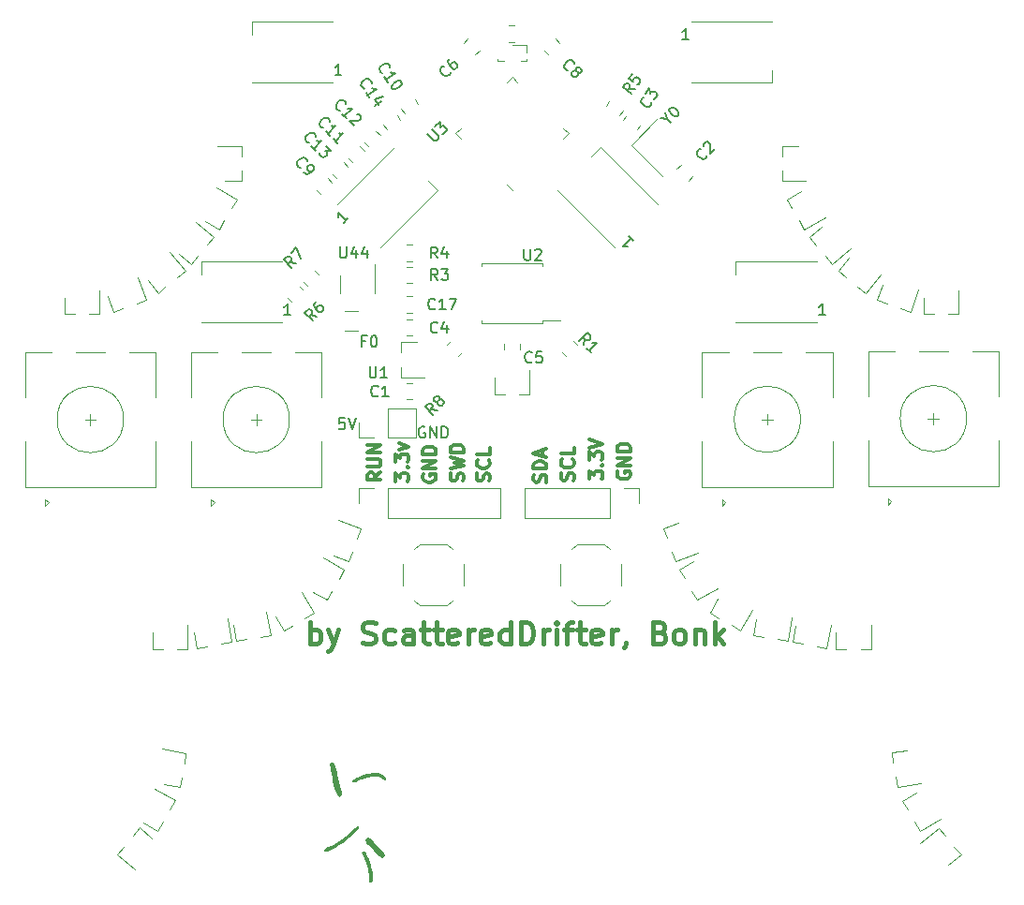
<source format=gbr>
%TF.GenerationSoftware,KiCad,Pcbnew,(6.0.8)*%
%TF.CreationDate,2022-10-26T23:20:13+02:00*%
%TF.ProjectId,32u4,33327534-2e6b-4696-9361-645f70636258,rev?*%
%TF.SameCoordinates,Original*%
%TF.FileFunction,Legend,Top*%
%TF.FilePolarity,Positive*%
%FSLAX46Y46*%
G04 Gerber Fmt 4.6, Leading zero omitted, Abs format (unit mm)*
G04 Created by KiCad (PCBNEW (6.0.8)) date 2022-10-26 23:20:13*
%MOMM*%
%LPD*%
G01*
G04 APERTURE LIST*
%ADD10C,0.150000*%
%ADD11C,0.300000*%
%ADD12C,0.400000*%
%ADD13C,0.120000*%
G04 APERTURE END LIST*
D10*
X154749523Y-67382380D02*
X154273333Y-67382380D01*
X154225714Y-67858571D01*
X154273333Y-67810952D01*
X154368571Y-67763333D01*
X154606666Y-67763333D01*
X154701904Y-67810952D01*
X154749523Y-67858571D01*
X154797142Y-67953809D01*
X154797142Y-68191904D01*
X154749523Y-68287142D01*
X154701904Y-68334761D01*
X154606666Y-68382380D01*
X154368571Y-68382380D01*
X154273333Y-68334761D01*
X154225714Y-68287142D01*
X155082857Y-67382380D02*
X155416190Y-68382380D01*
X155749523Y-67382380D01*
X161999404Y-68200000D02*
X161904166Y-68152380D01*
X161761309Y-68152380D01*
X161618452Y-68200000D01*
X161523214Y-68295238D01*
X161475595Y-68390476D01*
X161427976Y-68580952D01*
X161427976Y-68723809D01*
X161475595Y-68914285D01*
X161523214Y-69009523D01*
X161618452Y-69104761D01*
X161761309Y-69152380D01*
X161856547Y-69152380D01*
X161999404Y-69104761D01*
X162047023Y-69057142D01*
X162047023Y-68723809D01*
X161856547Y-68723809D01*
X162475595Y-69152380D02*
X162475595Y-68152380D01*
X163047023Y-69152380D01*
X163047023Y-68152380D01*
X163523214Y-69152380D02*
X163523214Y-68152380D01*
X163761309Y-68152380D01*
X163904166Y-68200000D01*
X163999404Y-68295238D01*
X164047023Y-68390476D01*
X164094642Y-68580952D01*
X164094642Y-68723809D01*
X164047023Y-68914285D01*
X163999404Y-69009523D01*
X163904166Y-69104761D01*
X163761309Y-69152380D01*
X163523214Y-69152380D01*
D11*
X179450000Y-72204285D02*
X179392857Y-72318571D01*
X179392857Y-72490000D01*
X179450000Y-72661428D01*
X179564285Y-72775714D01*
X179678571Y-72832857D01*
X179907142Y-72890000D01*
X180078571Y-72890000D01*
X180307142Y-72832857D01*
X180421428Y-72775714D01*
X180535714Y-72661428D01*
X180592857Y-72490000D01*
X180592857Y-72375714D01*
X180535714Y-72204285D01*
X180478571Y-72147142D01*
X180078571Y-72147142D01*
X180078571Y-72375714D01*
X180592857Y-71632857D02*
X179392857Y-71632857D01*
X180592857Y-70947142D01*
X179392857Y-70947142D01*
X180592857Y-70375714D02*
X179392857Y-70375714D01*
X179392857Y-70090000D01*
X179450000Y-69918571D01*
X179564285Y-69804285D01*
X179678571Y-69747142D01*
X179907142Y-69690000D01*
X180078571Y-69690000D01*
X180307142Y-69747142D01*
X180421428Y-69804285D01*
X180535714Y-69918571D01*
X180592857Y-70090000D01*
X180592857Y-70375714D01*
X161870000Y-72464285D02*
X161812857Y-72578571D01*
X161812857Y-72750000D01*
X161870000Y-72921428D01*
X161984285Y-73035714D01*
X162098571Y-73092857D01*
X162327142Y-73150000D01*
X162498571Y-73150000D01*
X162727142Y-73092857D01*
X162841428Y-73035714D01*
X162955714Y-72921428D01*
X163012857Y-72750000D01*
X163012857Y-72635714D01*
X162955714Y-72464285D01*
X162898571Y-72407142D01*
X162498571Y-72407142D01*
X162498571Y-72635714D01*
X163012857Y-71892857D02*
X161812857Y-71892857D01*
X163012857Y-71207142D01*
X161812857Y-71207142D01*
X163012857Y-70635714D02*
X161812857Y-70635714D01*
X161812857Y-70350000D01*
X161870000Y-70178571D01*
X161984285Y-70064285D01*
X162098571Y-70007142D01*
X162327142Y-69950000D01*
X162498571Y-69950000D01*
X162727142Y-70007142D01*
X162841428Y-70064285D01*
X162955714Y-70178571D01*
X163012857Y-70350000D01*
X163012857Y-70635714D01*
X172955714Y-73157142D02*
X173012857Y-72985714D01*
X173012857Y-72700000D01*
X172955714Y-72585714D01*
X172898571Y-72528571D01*
X172784285Y-72471428D01*
X172670000Y-72471428D01*
X172555714Y-72528571D01*
X172498571Y-72585714D01*
X172441428Y-72700000D01*
X172384285Y-72928571D01*
X172327142Y-73042857D01*
X172270000Y-73100000D01*
X172155714Y-73157142D01*
X172041428Y-73157142D01*
X171927142Y-73100000D01*
X171870000Y-73042857D01*
X171812857Y-72928571D01*
X171812857Y-72642857D01*
X171870000Y-72471428D01*
X173012857Y-71957142D02*
X171812857Y-71957142D01*
X171812857Y-71671428D01*
X171870000Y-71500000D01*
X171984285Y-71385714D01*
X172098571Y-71328571D01*
X172327142Y-71271428D01*
X172498571Y-71271428D01*
X172727142Y-71328571D01*
X172841428Y-71385714D01*
X172955714Y-71500000D01*
X173012857Y-71671428D01*
X173012857Y-71957142D01*
X172670000Y-70814285D02*
X172670000Y-70242857D01*
X173012857Y-70928571D02*
X171812857Y-70528571D01*
X173012857Y-70128571D01*
X159322857Y-73074285D02*
X159322857Y-72331428D01*
X159780000Y-72731428D01*
X159780000Y-72560000D01*
X159837142Y-72445714D01*
X159894285Y-72388571D01*
X160008571Y-72331428D01*
X160294285Y-72331428D01*
X160408571Y-72388571D01*
X160465714Y-72445714D01*
X160522857Y-72560000D01*
X160522857Y-72902857D01*
X160465714Y-73017142D01*
X160408571Y-73074285D01*
X160408571Y-71817142D02*
X160465714Y-71760000D01*
X160522857Y-71817142D01*
X160465714Y-71874285D01*
X160408571Y-71817142D01*
X160522857Y-71817142D01*
X159322857Y-71360000D02*
X159322857Y-70617142D01*
X159780000Y-71017142D01*
X159780000Y-70845714D01*
X159837142Y-70731428D01*
X159894285Y-70674285D01*
X160008571Y-70617142D01*
X160294285Y-70617142D01*
X160408571Y-70674285D01*
X160465714Y-70731428D01*
X160522857Y-70845714D01*
X160522857Y-71188571D01*
X160465714Y-71302857D01*
X160408571Y-71360000D01*
X159722857Y-70217142D02*
X160522857Y-69931428D01*
X159722857Y-69645714D01*
X175445714Y-72998571D02*
X175502857Y-72827142D01*
X175502857Y-72541428D01*
X175445714Y-72427142D01*
X175388571Y-72370000D01*
X175274285Y-72312857D01*
X175160000Y-72312857D01*
X175045714Y-72370000D01*
X174988571Y-72427142D01*
X174931428Y-72541428D01*
X174874285Y-72770000D01*
X174817142Y-72884285D01*
X174760000Y-72941428D01*
X174645714Y-72998571D01*
X174531428Y-72998571D01*
X174417142Y-72941428D01*
X174360000Y-72884285D01*
X174302857Y-72770000D01*
X174302857Y-72484285D01*
X174360000Y-72312857D01*
X175388571Y-71112857D02*
X175445714Y-71170000D01*
X175502857Y-71341428D01*
X175502857Y-71455714D01*
X175445714Y-71627142D01*
X175331428Y-71741428D01*
X175217142Y-71798571D01*
X174988571Y-71855714D01*
X174817142Y-71855714D01*
X174588571Y-71798571D01*
X174474285Y-71741428D01*
X174360000Y-71627142D01*
X174302857Y-71455714D01*
X174302857Y-71341428D01*
X174360000Y-71170000D01*
X174417142Y-71112857D01*
X175502857Y-70027142D02*
X175502857Y-70598571D01*
X174302857Y-70598571D01*
D12*
X151640000Y-87794761D02*
X151640000Y-85794761D01*
X151640000Y-86556666D02*
X151830476Y-86461428D01*
X152211428Y-86461428D01*
X152401904Y-86556666D01*
X152497142Y-86651904D01*
X152592380Y-86842380D01*
X152592380Y-87413809D01*
X152497142Y-87604285D01*
X152401904Y-87699523D01*
X152211428Y-87794761D01*
X151830476Y-87794761D01*
X151640000Y-87699523D01*
X153259047Y-86461428D02*
X153735238Y-87794761D01*
X154211428Y-86461428D02*
X153735238Y-87794761D01*
X153544761Y-88270952D01*
X153449523Y-88366190D01*
X153259047Y-88461428D01*
X156401904Y-87699523D02*
X156687619Y-87794761D01*
X157163809Y-87794761D01*
X157354285Y-87699523D01*
X157449523Y-87604285D01*
X157544761Y-87413809D01*
X157544761Y-87223333D01*
X157449523Y-87032857D01*
X157354285Y-86937619D01*
X157163809Y-86842380D01*
X156782857Y-86747142D01*
X156592380Y-86651904D01*
X156497142Y-86556666D01*
X156401904Y-86366190D01*
X156401904Y-86175714D01*
X156497142Y-85985238D01*
X156592380Y-85890000D01*
X156782857Y-85794761D01*
X157259047Y-85794761D01*
X157544761Y-85890000D01*
X159259047Y-87699523D02*
X159068571Y-87794761D01*
X158687619Y-87794761D01*
X158497142Y-87699523D01*
X158401904Y-87604285D01*
X158306666Y-87413809D01*
X158306666Y-86842380D01*
X158401904Y-86651904D01*
X158497142Y-86556666D01*
X158687619Y-86461428D01*
X159068571Y-86461428D01*
X159259047Y-86556666D01*
X160973333Y-87794761D02*
X160973333Y-86747142D01*
X160878095Y-86556666D01*
X160687619Y-86461428D01*
X160306666Y-86461428D01*
X160116190Y-86556666D01*
X160973333Y-87699523D02*
X160782857Y-87794761D01*
X160306666Y-87794761D01*
X160116190Y-87699523D01*
X160020952Y-87509047D01*
X160020952Y-87318571D01*
X160116190Y-87128095D01*
X160306666Y-87032857D01*
X160782857Y-87032857D01*
X160973333Y-86937619D01*
X161640000Y-86461428D02*
X162401904Y-86461428D01*
X161925714Y-85794761D02*
X161925714Y-87509047D01*
X162020952Y-87699523D01*
X162211428Y-87794761D01*
X162401904Y-87794761D01*
X162782857Y-86461428D02*
X163544761Y-86461428D01*
X163068571Y-85794761D02*
X163068571Y-87509047D01*
X163163809Y-87699523D01*
X163354285Y-87794761D01*
X163544761Y-87794761D01*
X164973333Y-87699523D02*
X164782857Y-87794761D01*
X164401904Y-87794761D01*
X164211428Y-87699523D01*
X164116190Y-87509047D01*
X164116190Y-86747142D01*
X164211428Y-86556666D01*
X164401904Y-86461428D01*
X164782857Y-86461428D01*
X164973333Y-86556666D01*
X165068571Y-86747142D01*
X165068571Y-86937619D01*
X164116190Y-87128095D01*
X165925714Y-87794761D02*
X165925714Y-86461428D01*
X165925714Y-86842380D02*
X166020952Y-86651904D01*
X166116190Y-86556666D01*
X166306666Y-86461428D01*
X166497142Y-86461428D01*
X167925714Y-87699523D02*
X167735238Y-87794761D01*
X167354285Y-87794761D01*
X167163809Y-87699523D01*
X167068571Y-87509047D01*
X167068571Y-86747142D01*
X167163809Y-86556666D01*
X167354285Y-86461428D01*
X167735238Y-86461428D01*
X167925714Y-86556666D01*
X168020952Y-86747142D01*
X168020952Y-86937619D01*
X167068571Y-87128095D01*
X169735238Y-87794761D02*
X169735238Y-85794761D01*
X169735238Y-87699523D02*
X169544761Y-87794761D01*
X169163809Y-87794761D01*
X168973333Y-87699523D01*
X168878095Y-87604285D01*
X168782857Y-87413809D01*
X168782857Y-86842380D01*
X168878095Y-86651904D01*
X168973333Y-86556666D01*
X169163809Y-86461428D01*
X169544761Y-86461428D01*
X169735238Y-86556666D01*
X170687619Y-87794761D02*
X170687619Y-85794761D01*
X171163809Y-85794761D01*
X171449523Y-85890000D01*
X171640000Y-86080476D01*
X171735238Y-86270952D01*
X171830476Y-86651904D01*
X171830476Y-86937619D01*
X171735238Y-87318571D01*
X171640000Y-87509047D01*
X171449523Y-87699523D01*
X171163809Y-87794761D01*
X170687619Y-87794761D01*
X172687619Y-87794761D02*
X172687619Y-86461428D01*
X172687619Y-86842380D02*
X172782857Y-86651904D01*
X172878095Y-86556666D01*
X173068571Y-86461428D01*
X173259047Y-86461428D01*
X173925714Y-87794761D02*
X173925714Y-86461428D01*
X173925714Y-85794761D02*
X173830476Y-85890000D01*
X173925714Y-85985238D01*
X174020952Y-85890000D01*
X173925714Y-85794761D01*
X173925714Y-85985238D01*
X174592380Y-86461428D02*
X175354285Y-86461428D01*
X174878095Y-87794761D02*
X174878095Y-86080476D01*
X174973333Y-85890000D01*
X175163809Y-85794761D01*
X175354285Y-85794761D01*
X175735238Y-86461428D02*
X176497142Y-86461428D01*
X176020952Y-85794761D02*
X176020952Y-87509047D01*
X176116190Y-87699523D01*
X176306666Y-87794761D01*
X176497142Y-87794761D01*
X177925714Y-87699523D02*
X177735238Y-87794761D01*
X177354285Y-87794761D01*
X177163809Y-87699523D01*
X177068571Y-87509047D01*
X177068571Y-86747142D01*
X177163809Y-86556666D01*
X177354285Y-86461428D01*
X177735238Y-86461428D01*
X177925714Y-86556666D01*
X178020952Y-86747142D01*
X178020952Y-86937619D01*
X177068571Y-87128095D01*
X178878095Y-87794761D02*
X178878095Y-86461428D01*
X178878095Y-86842380D02*
X178973333Y-86651904D01*
X179068571Y-86556666D01*
X179259047Y-86461428D01*
X179449523Y-86461428D01*
X180211428Y-87699523D02*
X180211428Y-87794761D01*
X180116190Y-87985238D01*
X180020952Y-88080476D01*
X183259047Y-86747142D02*
X183544761Y-86842380D01*
X183640000Y-86937619D01*
X183735238Y-87128095D01*
X183735238Y-87413809D01*
X183640000Y-87604285D01*
X183544761Y-87699523D01*
X183354285Y-87794761D01*
X182592380Y-87794761D01*
X182592380Y-85794761D01*
X183259047Y-85794761D01*
X183449523Y-85890000D01*
X183544761Y-85985238D01*
X183640000Y-86175714D01*
X183640000Y-86366190D01*
X183544761Y-86556666D01*
X183449523Y-86651904D01*
X183259047Y-86747142D01*
X182592380Y-86747142D01*
X184878095Y-87794761D02*
X184687619Y-87699523D01*
X184592380Y-87604285D01*
X184497142Y-87413809D01*
X184497142Y-86842380D01*
X184592380Y-86651904D01*
X184687619Y-86556666D01*
X184878095Y-86461428D01*
X185163809Y-86461428D01*
X185354285Y-86556666D01*
X185449523Y-86651904D01*
X185544761Y-86842380D01*
X185544761Y-87413809D01*
X185449523Y-87604285D01*
X185354285Y-87699523D01*
X185163809Y-87794761D01*
X184878095Y-87794761D01*
X186401904Y-86461428D02*
X186401904Y-87794761D01*
X186401904Y-86651904D02*
X186497142Y-86556666D01*
X186687619Y-86461428D01*
X186973333Y-86461428D01*
X187163809Y-86556666D01*
X187259047Y-86747142D01*
X187259047Y-87794761D01*
X188211428Y-87794761D02*
X188211428Y-85794761D01*
X188401904Y-87032857D02*
X188973333Y-87794761D01*
X188973333Y-86461428D02*
X188211428Y-87223333D01*
D11*
X167835714Y-73048571D02*
X167892857Y-72877142D01*
X167892857Y-72591428D01*
X167835714Y-72477142D01*
X167778571Y-72420000D01*
X167664285Y-72362857D01*
X167550000Y-72362857D01*
X167435714Y-72420000D01*
X167378571Y-72477142D01*
X167321428Y-72591428D01*
X167264285Y-72820000D01*
X167207142Y-72934285D01*
X167150000Y-72991428D01*
X167035714Y-73048571D01*
X166921428Y-73048571D01*
X166807142Y-72991428D01*
X166750000Y-72934285D01*
X166692857Y-72820000D01*
X166692857Y-72534285D01*
X166750000Y-72362857D01*
X167778571Y-71162857D02*
X167835714Y-71220000D01*
X167892857Y-71391428D01*
X167892857Y-71505714D01*
X167835714Y-71677142D01*
X167721428Y-71791428D01*
X167607142Y-71848571D01*
X167378571Y-71905714D01*
X167207142Y-71905714D01*
X166978571Y-71848571D01*
X166864285Y-71791428D01*
X166750000Y-71677142D01*
X166692857Y-71505714D01*
X166692857Y-71391428D01*
X166750000Y-71220000D01*
X166807142Y-71162857D01*
X167892857Y-70077142D02*
X167892857Y-70648571D01*
X166692857Y-70648571D01*
X158022857Y-72285714D02*
X157451428Y-72685714D01*
X158022857Y-72971428D02*
X156822857Y-72971428D01*
X156822857Y-72514285D01*
X156880000Y-72400000D01*
X156937142Y-72342857D01*
X157051428Y-72285714D01*
X157222857Y-72285714D01*
X157337142Y-72342857D01*
X157394285Y-72400000D01*
X157451428Y-72514285D01*
X157451428Y-72971428D01*
X156822857Y-71771428D02*
X157794285Y-71771428D01*
X157908571Y-71714285D01*
X157965714Y-71657142D01*
X158022857Y-71542857D01*
X158022857Y-71314285D01*
X157965714Y-71200000D01*
X157908571Y-71142857D01*
X157794285Y-71085714D01*
X156822857Y-71085714D01*
X158022857Y-70514285D02*
X156822857Y-70514285D01*
X158022857Y-69828571D01*
X156822857Y-69828571D01*
X165465714Y-73038571D02*
X165522857Y-72867142D01*
X165522857Y-72581428D01*
X165465714Y-72467142D01*
X165408571Y-72410000D01*
X165294285Y-72352857D01*
X165180000Y-72352857D01*
X165065714Y-72410000D01*
X165008571Y-72467142D01*
X164951428Y-72581428D01*
X164894285Y-72810000D01*
X164837142Y-72924285D01*
X164780000Y-72981428D01*
X164665714Y-73038571D01*
X164551428Y-73038571D01*
X164437142Y-72981428D01*
X164380000Y-72924285D01*
X164322857Y-72810000D01*
X164322857Y-72524285D01*
X164380000Y-72352857D01*
X164322857Y-71952857D02*
X165522857Y-71667142D01*
X164665714Y-71438571D01*
X165522857Y-71210000D01*
X164322857Y-70924285D01*
X165522857Y-70467142D02*
X164322857Y-70467142D01*
X164322857Y-70181428D01*
X164380000Y-70010000D01*
X164494285Y-69895714D01*
X164608571Y-69838571D01*
X164837142Y-69781428D01*
X165008571Y-69781428D01*
X165237142Y-69838571D01*
X165351428Y-69895714D01*
X165465714Y-70010000D01*
X165522857Y-70181428D01*
X165522857Y-70467142D01*
D10*
X163152030Y-66647732D02*
X162579610Y-66546717D01*
X162747969Y-67051793D02*
X162040862Y-66344687D01*
X162310236Y-66075312D01*
X162411251Y-66041641D01*
X162478595Y-66041641D01*
X162579610Y-66075312D01*
X162680625Y-66176328D01*
X162714297Y-66277343D01*
X162714297Y-66344687D01*
X162680625Y-66445702D01*
X162411251Y-66715076D01*
X163152030Y-65839610D02*
X163051015Y-65873282D01*
X162983671Y-65873282D01*
X162882656Y-65839610D01*
X162848984Y-65805938D01*
X162815312Y-65704923D01*
X162815312Y-65637580D01*
X162848984Y-65536564D01*
X162983671Y-65401877D01*
X163084687Y-65368206D01*
X163152030Y-65368206D01*
X163253045Y-65401877D01*
X163286717Y-65435549D01*
X163320389Y-65536564D01*
X163320389Y-65603908D01*
X163286717Y-65704923D01*
X163152030Y-65839610D01*
X163118358Y-65940625D01*
X163118358Y-66007969D01*
X163152030Y-66108984D01*
X163286717Y-66243671D01*
X163387732Y-66277343D01*
X163455076Y-66277343D01*
X163556091Y-66243671D01*
X163690778Y-66108984D01*
X163724450Y-66007969D01*
X163724450Y-65940625D01*
X163690778Y-65839610D01*
X163556091Y-65704923D01*
X163455076Y-65671251D01*
X163387732Y-65671251D01*
X163286717Y-65704923D01*
D11*
X176872857Y-72881428D02*
X176872857Y-72138571D01*
X177330000Y-72538571D01*
X177330000Y-72367142D01*
X177387142Y-72252857D01*
X177444285Y-72195714D01*
X177558571Y-72138571D01*
X177844285Y-72138571D01*
X177958571Y-72195714D01*
X178015714Y-72252857D01*
X178072857Y-72367142D01*
X178072857Y-72710000D01*
X178015714Y-72824285D01*
X177958571Y-72881428D01*
X177958571Y-71624285D02*
X178015714Y-71567142D01*
X178072857Y-71624285D01*
X178015714Y-71681428D01*
X177958571Y-71624285D01*
X178072857Y-71624285D01*
X176872857Y-71167142D02*
X176872857Y-70424285D01*
X177330000Y-70824285D01*
X177330000Y-70652857D01*
X177387142Y-70538571D01*
X177444285Y-70481428D01*
X177558571Y-70424285D01*
X177844285Y-70424285D01*
X177958571Y-70481428D01*
X178015714Y-70538571D01*
X178072857Y-70652857D01*
X178072857Y-70995714D01*
X178015714Y-71110000D01*
X177958571Y-71167142D01*
X176872857Y-70081428D02*
X178072857Y-69681428D01*
X176872857Y-69281428D01*
D10*
%TO.C,C4*%
X163153333Y-59577142D02*
X163105714Y-59624761D01*
X162962857Y-59672380D01*
X162867619Y-59672380D01*
X162724761Y-59624761D01*
X162629523Y-59529523D01*
X162581904Y-59434285D01*
X162534285Y-59243809D01*
X162534285Y-59100952D01*
X162581904Y-58910476D01*
X162629523Y-58815238D01*
X162724761Y-58720000D01*
X162867619Y-58672380D01*
X162962857Y-58672380D01*
X163105714Y-58720000D01*
X163153333Y-58767619D01*
X164010476Y-59005714D02*
X164010476Y-59672380D01*
X163772380Y-58624761D02*
X163534285Y-59339047D01*
X164153333Y-59339047D01*
%TO.C,C8*%
X174949610Y-35914687D02*
X174882267Y-35914687D01*
X174747580Y-35847343D01*
X174680236Y-35780000D01*
X174612893Y-35645312D01*
X174612893Y-35510625D01*
X174646564Y-35409610D01*
X174747580Y-35241251D01*
X174848595Y-35140236D01*
X175016954Y-35039221D01*
X175117969Y-35005549D01*
X175252656Y-35005549D01*
X175387343Y-35072893D01*
X175454687Y-35140236D01*
X175522030Y-35274923D01*
X175522030Y-35342267D01*
X175690389Y-35982030D02*
X175656717Y-35881015D01*
X175656717Y-35813671D01*
X175690389Y-35712656D01*
X175724061Y-35678984D01*
X175825076Y-35645312D01*
X175892419Y-35645312D01*
X175993435Y-35678984D01*
X176128122Y-35813671D01*
X176161793Y-35914687D01*
X176161793Y-35982030D01*
X176128122Y-36083045D01*
X176094450Y-36116717D01*
X175993435Y-36150389D01*
X175926091Y-36150389D01*
X175825076Y-36116717D01*
X175690389Y-35982030D01*
X175589374Y-35948358D01*
X175522030Y-35948358D01*
X175421015Y-35982030D01*
X175286328Y-36116717D01*
X175252656Y-36217732D01*
X175252656Y-36285076D01*
X175286328Y-36386091D01*
X175421015Y-36520778D01*
X175522030Y-36554450D01*
X175589374Y-36554450D01*
X175690389Y-36520778D01*
X175825076Y-36386091D01*
X175858748Y-36285076D01*
X175858748Y-36217732D01*
X175825076Y-36116717D01*
%TO.C,DLED2*%
X185865714Y-33162380D02*
X185294285Y-33162380D01*
X185580000Y-33162380D02*
X185580000Y-32162380D01*
X185484761Y-32305238D01*
X185389523Y-32400476D01*
X185294285Y-32448095D01*
%TO.C,U3*%
X162264027Y-41691522D02*
X162836447Y-42263942D01*
X162937462Y-42297614D01*
X163004806Y-42297614D01*
X163105821Y-42263942D01*
X163240508Y-42129255D01*
X163274180Y-42028240D01*
X163274180Y-41960896D01*
X163240508Y-41859881D01*
X162668088Y-41287461D01*
X162937462Y-41018087D02*
X163375195Y-40580355D01*
X163408867Y-41085431D01*
X163509882Y-40984416D01*
X163610897Y-40950744D01*
X163678241Y-40950744D01*
X163779256Y-40984416D01*
X163947615Y-41152774D01*
X163981287Y-41253790D01*
X163981287Y-41321133D01*
X163947615Y-41422148D01*
X163745584Y-41624179D01*
X163644569Y-41657851D01*
X163577226Y-41657851D01*
%TO.C,C2*%
X187494687Y-43620389D02*
X187494687Y-43687732D01*
X187427343Y-43822419D01*
X187360000Y-43889763D01*
X187225312Y-43957106D01*
X187090625Y-43957106D01*
X186989610Y-43923435D01*
X186821251Y-43822419D01*
X186720236Y-43721404D01*
X186619221Y-43553045D01*
X186585549Y-43452030D01*
X186585549Y-43317343D01*
X186652893Y-43182656D01*
X186720236Y-43115312D01*
X186854923Y-43047969D01*
X186922267Y-43047969D01*
X187191641Y-42778595D02*
X187191641Y-42711251D01*
X187225312Y-42610236D01*
X187393671Y-42441877D01*
X187494687Y-42408206D01*
X187562030Y-42408206D01*
X187663045Y-42441877D01*
X187730389Y-42509221D01*
X187797732Y-42643908D01*
X187797732Y-43452030D01*
X188235465Y-43014297D01*
%TO.C,R7*%
X150382030Y-53367732D02*
X149809610Y-53266717D01*
X149977969Y-53771793D02*
X149270862Y-53064687D01*
X149540236Y-52795312D01*
X149641251Y-52761641D01*
X149708595Y-52761641D01*
X149809610Y-52795312D01*
X149910625Y-52896328D01*
X149944297Y-52997343D01*
X149944297Y-53064687D01*
X149910625Y-53165702D01*
X149641251Y-53435076D01*
X149910625Y-52424923D02*
X150382030Y-51953519D01*
X150786091Y-52963671D01*
%TO.C,C9*%
X150779610Y-44744687D02*
X150712267Y-44744687D01*
X150577580Y-44677343D01*
X150510236Y-44610000D01*
X150442893Y-44475312D01*
X150442893Y-44340625D01*
X150476564Y-44239610D01*
X150577580Y-44071251D01*
X150678595Y-43970236D01*
X150846954Y-43869221D01*
X150947969Y-43835549D01*
X151082656Y-43835549D01*
X151217343Y-43902893D01*
X151284687Y-43970236D01*
X151352030Y-44104923D01*
X151352030Y-44172267D01*
X151048984Y-45148748D02*
X151183671Y-45283435D01*
X151284687Y-45317106D01*
X151352030Y-45317106D01*
X151520389Y-45283435D01*
X151688748Y-45182419D01*
X151958122Y-44913045D01*
X151991793Y-44812030D01*
X151991793Y-44744687D01*
X151958122Y-44643671D01*
X151823435Y-44508984D01*
X151722419Y-44475312D01*
X151655076Y-44475312D01*
X151554061Y-44508984D01*
X151385702Y-44677343D01*
X151352030Y-44778358D01*
X151352030Y-44845702D01*
X151385702Y-44946717D01*
X151520389Y-45081404D01*
X151621404Y-45115076D01*
X151688748Y-45115076D01*
X151789763Y-45081404D01*
%TO.C,Y0*%
X183906446Y-40359881D02*
X184243164Y-40696599D01*
X183300355Y-40225194D02*
X183906446Y-40359881D01*
X183771759Y-39753790D01*
X184142148Y-39383400D02*
X184209492Y-39316057D01*
X184310507Y-39282385D01*
X184377851Y-39282385D01*
X184478866Y-39316057D01*
X184647225Y-39417072D01*
X184815583Y-39585431D01*
X184916599Y-39753790D01*
X184950270Y-39854805D01*
X184950270Y-39922148D01*
X184916599Y-40023164D01*
X184849255Y-40090507D01*
X184748240Y-40124179D01*
X184680896Y-40124179D01*
X184579881Y-40090507D01*
X184411522Y-39989492D01*
X184243164Y-39821133D01*
X184142148Y-39652774D01*
X184108477Y-39551759D01*
X184108477Y-39484416D01*
X184142148Y-39383400D01*
%TO.C,DLED4*%
X149865714Y-58032380D02*
X149294285Y-58032380D01*
X149580000Y-58032380D02*
X149580000Y-57032380D01*
X149484761Y-57175238D01*
X149389523Y-57270476D01*
X149294285Y-57318095D01*
%TO.C,R3*%
X163173333Y-54902380D02*
X162840000Y-54426190D01*
X162601904Y-54902380D02*
X162601904Y-53902380D01*
X162982857Y-53902380D01*
X163078095Y-53950000D01*
X163125714Y-53997619D01*
X163173333Y-54092857D01*
X163173333Y-54235714D01*
X163125714Y-54330952D01*
X163078095Y-54378571D01*
X162982857Y-54426190D01*
X162601904Y-54426190D01*
X163506666Y-53902380D02*
X164125714Y-53902380D01*
X163792380Y-54283333D01*
X163935238Y-54283333D01*
X164030476Y-54330952D01*
X164078095Y-54378571D01*
X164125714Y-54473809D01*
X164125714Y-54711904D01*
X164078095Y-54807142D01*
X164030476Y-54854761D01*
X163935238Y-54902380D01*
X163649523Y-54902380D01*
X163554285Y-54854761D01*
X163506666Y-54807142D01*
%TO.C,U2*%
X170978095Y-52092380D02*
X170978095Y-52901904D01*
X171025714Y-52997142D01*
X171073333Y-53044761D01*
X171168571Y-53092380D01*
X171359047Y-53092380D01*
X171454285Y-53044761D01*
X171501904Y-52997142D01*
X171549523Y-52901904D01*
X171549523Y-52092380D01*
X171978095Y-52187619D02*
X172025714Y-52140000D01*
X172120952Y-52092380D01*
X172359047Y-52092380D01*
X172454285Y-52140000D01*
X172501904Y-52187619D01*
X172549523Y-52282857D01*
X172549523Y-52378095D01*
X172501904Y-52520952D01*
X171930476Y-53092380D01*
X172549523Y-53092380D01*
%TO.C,C12*%
X154322893Y-39537969D02*
X154255549Y-39537969D01*
X154120862Y-39470625D01*
X154053519Y-39403282D01*
X153986175Y-39268595D01*
X153986175Y-39133908D01*
X154019847Y-39032893D01*
X154120862Y-38864534D01*
X154221877Y-38763519D01*
X154390236Y-38662503D01*
X154491251Y-38628832D01*
X154625938Y-38628832D01*
X154760625Y-38696175D01*
X154827969Y-38763519D01*
X154895312Y-38898206D01*
X154895312Y-38965549D01*
X154928984Y-40278748D02*
X154524923Y-39874687D01*
X154726954Y-40076717D02*
X155434061Y-39369610D01*
X155265702Y-39403282D01*
X155131015Y-39403282D01*
X155030000Y-39369610D01*
X155838122Y-39908358D02*
X155905465Y-39908358D01*
X156006480Y-39942030D01*
X156174839Y-40110389D01*
X156208511Y-40211404D01*
X156208511Y-40278748D01*
X156174839Y-40379763D01*
X156107496Y-40447106D01*
X155972809Y-40514450D01*
X155164687Y-40514450D01*
X155602419Y-40952183D01*
%TO.C,R6*%
X152262030Y-58167732D02*
X151689610Y-58066717D01*
X151857969Y-58571793D02*
X151150862Y-57864687D01*
X151420236Y-57595312D01*
X151521251Y-57561641D01*
X151588595Y-57561641D01*
X151689610Y-57595312D01*
X151790625Y-57696328D01*
X151824297Y-57797343D01*
X151824297Y-57864687D01*
X151790625Y-57965702D01*
X151521251Y-58235076D01*
X152161015Y-56854534D02*
X152026328Y-56989221D01*
X151992656Y-57090236D01*
X151992656Y-57157580D01*
X152026328Y-57325938D01*
X152127343Y-57494297D01*
X152396717Y-57763671D01*
X152497732Y-57797343D01*
X152565076Y-57797343D01*
X152666091Y-57763671D01*
X152800778Y-57628984D01*
X152834450Y-57527969D01*
X152834450Y-57460625D01*
X152800778Y-57359610D01*
X152632419Y-57191251D01*
X152531404Y-57157580D01*
X152464061Y-57157580D01*
X152363045Y-57191251D01*
X152228358Y-57325938D01*
X152194687Y-57426954D01*
X152194687Y-57494297D01*
X152228358Y-57595312D01*
%TO.C,C1*%
X157783333Y-65347142D02*
X157735714Y-65394761D01*
X157592857Y-65442380D01*
X157497619Y-65442380D01*
X157354761Y-65394761D01*
X157259523Y-65299523D01*
X157211904Y-65204285D01*
X157164285Y-65013809D01*
X157164285Y-64870952D01*
X157211904Y-64680476D01*
X157259523Y-64585238D01*
X157354761Y-64490000D01*
X157497619Y-64442380D01*
X157592857Y-64442380D01*
X157735714Y-64490000D01*
X157783333Y-64537619D01*
X158735714Y-65442380D02*
X158164285Y-65442380D01*
X158450000Y-65442380D02*
X158450000Y-64442380D01*
X158354761Y-64585238D01*
X158259523Y-64680476D01*
X158164285Y-64728095D01*
%TO.C,C17*%
X162937142Y-57467142D02*
X162889523Y-57514761D01*
X162746666Y-57562380D01*
X162651428Y-57562380D01*
X162508571Y-57514761D01*
X162413333Y-57419523D01*
X162365714Y-57324285D01*
X162318095Y-57133809D01*
X162318095Y-56990952D01*
X162365714Y-56800476D01*
X162413333Y-56705238D01*
X162508571Y-56610000D01*
X162651428Y-56562380D01*
X162746666Y-56562380D01*
X162889523Y-56610000D01*
X162937142Y-56657619D01*
X163889523Y-57562380D02*
X163318095Y-57562380D01*
X163603809Y-57562380D02*
X163603809Y-56562380D01*
X163508571Y-56705238D01*
X163413333Y-56800476D01*
X163318095Y-56848095D01*
X164222857Y-56562380D02*
X164889523Y-56562380D01*
X164460952Y-57562380D01*
%TO.C,U44*%
X154341904Y-51882380D02*
X154341904Y-52691904D01*
X154389523Y-52787142D01*
X154437142Y-52834761D01*
X154532380Y-52882380D01*
X154722857Y-52882380D01*
X154818095Y-52834761D01*
X154865714Y-52787142D01*
X154913333Y-52691904D01*
X154913333Y-51882380D01*
X155818095Y-52215714D02*
X155818095Y-52882380D01*
X155580000Y-51834761D02*
X155341904Y-52549047D01*
X155960952Y-52549047D01*
X156770476Y-52215714D02*
X156770476Y-52882380D01*
X156532380Y-51834761D02*
X156294285Y-52549047D01*
X156913333Y-52549047D01*
%TO.C,DLED3*%
X198205714Y-58032380D02*
X197634285Y-58032380D01*
X197920000Y-58032380D02*
X197920000Y-57032380D01*
X197824761Y-57175238D01*
X197729523Y-57270476D01*
X197634285Y-57318095D01*
%TO.C,C5*%
X171673333Y-62267142D02*
X171625714Y-62314761D01*
X171482857Y-62362380D01*
X171387619Y-62362380D01*
X171244761Y-62314761D01*
X171149523Y-62219523D01*
X171101904Y-62124285D01*
X171054285Y-61933809D01*
X171054285Y-61790952D01*
X171101904Y-61600476D01*
X171149523Y-61505238D01*
X171244761Y-61410000D01*
X171387619Y-61362380D01*
X171482857Y-61362380D01*
X171625714Y-61410000D01*
X171673333Y-61457619D01*
X172578095Y-61362380D02*
X172101904Y-61362380D01*
X172054285Y-61838571D01*
X172101904Y-61790952D01*
X172197142Y-61743333D01*
X172435238Y-61743333D01*
X172530476Y-61790952D01*
X172578095Y-61838571D01*
X172625714Y-61933809D01*
X172625714Y-62171904D01*
X172578095Y-62267142D01*
X172530476Y-62314761D01*
X172435238Y-62362380D01*
X172197142Y-62362380D01*
X172101904Y-62314761D01*
X172054285Y-62267142D01*
%TO.C,DLED1*%
X154465714Y-36362380D02*
X153894285Y-36362380D01*
X154180000Y-36362380D02*
X154180000Y-35362380D01*
X154084761Y-35505238D01*
X153989523Y-35600476D01*
X153894285Y-35648095D01*
%TO.C,C6*%
X164304687Y-36130388D02*
X164304687Y-36197731D01*
X164237343Y-36332418D01*
X164170000Y-36399762D01*
X164035312Y-36467105D01*
X163900625Y-36467105D01*
X163799610Y-36433434D01*
X163631251Y-36332418D01*
X163530236Y-36231403D01*
X163429221Y-36063044D01*
X163395549Y-35962029D01*
X163395549Y-35827342D01*
X163462893Y-35692655D01*
X163530236Y-35625311D01*
X163664923Y-35557968D01*
X163732267Y-35557968D01*
X164271015Y-34884533D02*
X164136328Y-35019220D01*
X164102656Y-35120235D01*
X164102656Y-35187579D01*
X164136328Y-35355937D01*
X164237343Y-35524296D01*
X164506717Y-35793670D01*
X164607732Y-35827342D01*
X164675076Y-35827342D01*
X164776091Y-35793670D01*
X164910778Y-35658983D01*
X164944450Y-35557968D01*
X164944450Y-35490624D01*
X164910778Y-35389609D01*
X164742419Y-35221250D01*
X164641404Y-35187579D01*
X164574061Y-35187579D01*
X164473045Y-35221250D01*
X164338358Y-35355937D01*
X164304687Y-35456953D01*
X164304687Y-35524296D01*
X164338358Y-35625311D01*
%TO.C,C11*%
X152852893Y-41127969D02*
X152785549Y-41127969D01*
X152650862Y-41060625D01*
X152583519Y-40993282D01*
X152516175Y-40858595D01*
X152516175Y-40723908D01*
X152549847Y-40622893D01*
X152650862Y-40454534D01*
X152751877Y-40353519D01*
X152920236Y-40252503D01*
X153021251Y-40218832D01*
X153155938Y-40218832D01*
X153290625Y-40286175D01*
X153357969Y-40353519D01*
X153425312Y-40488206D01*
X153425312Y-40555549D01*
X153458984Y-41868748D02*
X153054923Y-41464687D01*
X153256954Y-41666717D02*
X153964061Y-40959610D01*
X153795702Y-40993282D01*
X153661015Y-40993282D01*
X153560000Y-40959610D01*
X154132419Y-42542183D02*
X153728358Y-42138122D01*
X153930389Y-42340152D02*
X154637496Y-41633045D01*
X154469137Y-41666717D01*
X154334450Y-41666717D01*
X154233435Y-41633045D01*
%TO.C,DLED0*%
X180430973Y-50943951D02*
X180835034Y-51348012D01*
X180633003Y-51145982D02*
X179925896Y-51853089D01*
X180094255Y-51819417D01*
X180228942Y-51819417D01*
X180329957Y-51853089D01*
%TO.C,R4*%
X163153333Y-52902380D02*
X162820000Y-52426190D01*
X162581904Y-52902380D02*
X162581904Y-51902380D01*
X162962857Y-51902380D01*
X163058095Y-51950000D01*
X163105714Y-51997619D01*
X163153333Y-52092857D01*
X163153333Y-52235714D01*
X163105714Y-52330952D01*
X163058095Y-52378571D01*
X162962857Y-52426190D01*
X162581904Y-52426190D01*
X164010476Y-52235714D02*
X164010476Y-52902380D01*
X163772380Y-51854761D02*
X163534285Y-52569047D01*
X164153333Y-52569047D01*
%TO.C,R1*%
X176362267Y-60772030D02*
X176463282Y-60199610D01*
X175958206Y-60367969D02*
X176665312Y-59660862D01*
X176934687Y-59930236D01*
X176968358Y-60031251D01*
X176968358Y-60098595D01*
X176934687Y-60199610D01*
X176833671Y-60300625D01*
X176732656Y-60334297D01*
X176665312Y-60334297D01*
X176564297Y-60300625D01*
X176294923Y-60031251D01*
X177035702Y-61445465D02*
X176631641Y-61041404D01*
X176833671Y-61243435D02*
X177540778Y-60536328D01*
X177372419Y-60570000D01*
X177237732Y-60570000D01*
X177136717Y-60536328D01*
%TO.C,DLED0.5*%
X155066048Y-49320973D02*
X154661987Y-49725034D01*
X154864017Y-49523003D02*
X154156910Y-48815896D01*
X154190582Y-48984255D01*
X154190582Y-49118942D01*
X154156910Y-49219957D01*
%TO.C,F0*%
X156636666Y-60408571D02*
X156303333Y-60408571D01*
X156303333Y-60932380D02*
X156303333Y-59932380D01*
X156779523Y-59932380D01*
X157350952Y-59932380D02*
X157446190Y-59932380D01*
X157541428Y-59980000D01*
X157589047Y-60027619D01*
X157636666Y-60122857D01*
X157684285Y-60313333D01*
X157684285Y-60551428D01*
X157636666Y-60741904D01*
X157589047Y-60837142D01*
X157541428Y-60884761D01*
X157446190Y-60932380D01*
X157350952Y-60932380D01*
X157255714Y-60884761D01*
X157208095Y-60837142D01*
X157160476Y-60741904D01*
X157112857Y-60551428D01*
X157112857Y-60313333D01*
X157160476Y-60122857D01*
X157208095Y-60027619D01*
X157255714Y-59980000D01*
X157350952Y-59932380D01*
%TO.C,U1*%
X157028095Y-62732380D02*
X157028095Y-63541904D01*
X157075714Y-63637142D01*
X157123333Y-63684761D01*
X157218571Y-63732380D01*
X157409047Y-63732380D01*
X157504285Y-63684761D01*
X157551904Y-63637142D01*
X157599523Y-63541904D01*
X157599523Y-62732380D01*
X158599523Y-63732380D02*
X158028095Y-63732380D01*
X158313809Y-63732380D02*
X158313809Y-62732380D01*
X158218571Y-62875238D01*
X158123333Y-62970476D01*
X158028095Y-63018095D01*
%TO.C,R5*%
X181024972Y-37606000D02*
X180443708Y-37605919D01*
X180697214Y-38074087D02*
X179878062Y-37500510D01*
X180096568Y-37188452D01*
X180190201Y-37137751D01*
X180256521Y-37126057D01*
X180361849Y-37141676D01*
X180478871Y-37223616D01*
X180529572Y-37317249D01*
X180541266Y-37383570D01*
X180525647Y-37488897D01*
X180307142Y-37800955D01*
X180724770Y-36291286D02*
X180451639Y-36681358D01*
X180814398Y-36993497D01*
X180802704Y-36927177D01*
X180818323Y-36821849D01*
X180954889Y-36626813D01*
X181048522Y-36576112D01*
X181114843Y-36564418D01*
X181220170Y-36580037D01*
X181415207Y-36716602D01*
X181465908Y-36810236D01*
X181477602Y-36876556D01*
X181461983Y-36981884D01*
X181325417Y-37176920D01*
X181231783Y-37227622D01*
X181165463Y-37239316D01*
%TO.C,C10*%
X158198717Y-36188250D02*
X158132397Y-36176556D01*
X158011450Y-36086848D01*
X157956824Y-36008833D01*
X157913892Y-35864498D01*
X157937280Y-35731858D01*
X157987981Y-35638224D01*
X158116697Y-35489964D01*
X158233719Y-35408025D01*
X158417061Y-35337779D01*
X158522389Y-35322160D01*
X158655029Y-35345548D01*
X158775976Y-35435257D01*
X158830602Y-35513271D01*
X158873535Y-35657606D01*
X158861841Y-35723927D01*
X158666966Y-37023022D02*
X158339208Y-36554935D01*
X158503087Y-36788978D02*
X159322239Y-36215402D01*
X159150591Y-36219327D01*
X159017950Y-36195939D01*
X158924317Y-36145237D01*
X159841189Y-36956539D02*
X159895816Y-37034554D01*
X159911435Y-37139881D01*
X159899741Y-37206202D01*
X159849039Y-37299835D01*
X159720324Y-37448095D01*
X159525287Y-37584661D01*
X159341945Y-37654907D01*
X159236618Y-37670526D01*
X159170297Y-37658832D01*
X159076664Y-37608130D01*
X159022037Y-37530116D01*
X159006418Y-37424788D01*
X159018112Y-37358468D01*
X159068814Y-37264834D01*
X159197530Y-37116574D01*
X159392566Y-36980008D01*
X159575908Y-36909763D01*
X159681235Y-36894144D01*
X159747556Y-36905838D01*
X159841189Y-36956539D01*
%TO.C,C14*%
X156538717Y-37588250D02*
X156472397Y-37576556D01*
X156351450Y-37486848D01*
X156296824Y-37408833D01*
X156253892Y-37264498D01*
X156277280Y-37131858D01*
X156327981Y-37038224D01*
X156456697Y-36889964D01*
X156573719Y-36808025D01*
X156757061Y-36737779D01*
X156862389Y-36722160D01*
X156995029Y-36745548D01*
X157115976Y-36835257D01*
X157170602Y-36913271D01*
X157213535Y-37057606D01*
X157201841Y-37123927D01*
X157006966Y-38423022D02*
X156679208Y-37954935D01*
X156843087Y-38188978D02*
X157662239Y-37615402D01*
X157490591Y-37619327D01*
X157357950Y-37595939D01*
X157264317Y-37545237D01*
X158044705Y-38742768D02*
X157498603Y-39125152D01*
X158220197Y-38329226D02*
X157498522Y-38543887D01*
X157853593Y-39050982D01*
%TO.C,C3*%
X182486958Y-38841374D02*
X182498652Y-38907694D01*
X182455720Y-39052029D01*
X182401093Y-39130043D01*
X182280146Y-39219752D01*
X182147506Y-39243140D01*
X182042178Y-39227521D01*
X181858836Y-39157276D01*
X181741814Y-39075336D01*
X181613098Y-38927076D01*
X181562397Y-38833443D01*
X181539009Y-38700802D01*
X181581941Y-38556467D01*
X181636568Y-38478452D01*
X181757514Y-38388744D01*
X181823835Y-38377050D01*
X181937012Y-38049373D02*
X182292083Y-37542279D01*
X182412949Y-38033835D01*
X182494889Y-37916813D01*
X182588522Y-37866112D01*
X182654843Y-37854418D01*
X182760170Y-37870037D01*
X182955207Y-38006602D01*
X183005908Y-38100236D01*
X183017602Y-38166556D01*
X183001983Y-38271884D01*
X182838104Y-38505927D01*
X182744470Y-38556629D01*
X182678150Y-38568323D01*
%TO.C,C13*%
X151552893Y-42487969D02*
X151485549Y-42487969D01*
X151350862Y-42420625D01*
X151283519Y-42353282D01*
X151216175Y-42218595D01*
X151216175Y-42083908D01*
X151249847Y-41982893D01*
X151350862Y-41814534D01*
X151451877Y-41713519D01*
X151620236Y-41612503D01*
X151721251Y-41578832D01*
X151855938Y-41578832D01*
X151990625Y-41646175D01*
X152057969Y-41713519D01*
X152125312Y-41848206D01*
X152125312Y-41915549D01*
X152158984Y-43228748D02*
X151754923Y-42824687D01*
X151956954Y-43026717D02*
X152664061Y-42319610D01*
X152495702Y-42353282D01*
X152361015Y-42353282D01*
X152260000Y-42319610D01*
X153101793Y-42757343D02*
X153539526Y-43195076D01*
X153034450Y-43228748D01*
X153135465Y-43329763D01*
X153169137Y-43430778D01*
X153169137Y-43498122D01*
X153135465Y-43599137D01*
X152967106Y-43767496D01*
X152866091Y-43801167D01*
X152798748Y-43801167D01*
X152697732Y-43767496D01*
X152495702Y-43565465D01*
X152462030Y-43464450D01*
X152462030Y-43397106D01*
D13*
%TO.C,D1819*%
X205874779Y-57754558D02*
X205000865Y-57436479D01*
X202905350Y-56673775D02*
X203404700Y-55301823D01*
X205874779Y-57754558D02*
X206613543Y-55724822D01*
X202905350Y-56673775D02*
X203779264Y-56991853D01*
%TO.C,C4*%
X160861252Y-58455000D02*
X160338748Y-58455000D01*
X160861252Y-59925000D02*
X160338748Y-59925000D01*
%TO.C,C8*%
X172785543Y-34124990D02*
X173155010Y-34494457D01*
X173824990Y-33085543D02*
X174194457Y-33455010D01*
%TO.C,D407*%
X145430000Y-45960000D02*
X145430000Y-45030000D01*
X145430000Y-42800000D02*
X143270000Y-42800000D01*
X145430000Y-45960000D02*
X143970000Y-45960000D01*
X145430000Y-42800000D02*
X145430000Y-43730000D01*
%TO.C,DLED2*%
X193380000Y-37060000D02*
X193380000Y-35910000D01*
X186080000Y-37060000D02*
X193380000Y-37060000D01*
X186080000Y-31560000D02*
X193380000Y-31560000D01*
%TO.C,U3*%
X165244308Y-42108058D02*
X164784689Y-41648439D01*
X170349619Y-37002747D02*
X169890000Y-36543128D01*
X169890000Y-36543128D02*
X169430381Y-37002747D01*
X169430381Y-46294131D02*
X169890000Y-46753750D01*
X174995311Y-41648439D02*
X174535692Y-42108058D01*
X164784689Y-41648439D02*
X165244308Y-41188820D01*
X174535692Y-41188820D02*
X174995311Y-41648439D01*
%TO.C,D3435*%
X140590000Y-88230000D02*
X140590000Y-86070000D01*
X137430000Y-88230000D02*
X138360000Y-88230000D01*
X137430000Y-88230000D02*
X137430000Y-86770000D01*
X140590000Y-88230000D02*
X139660000Y-88230000D01*
%TO.C,D1617*%
X210270000Y-57970000D02*
X209340000Y-57970000D01*
X210270000Y-57970000D02*
X210270000Y-55810000D01*
X207110000Y-57970000D02*
X207110000Y-56510000D01*
X207110000Y-57970000D02*
X208040000Y-57970000D01*
%TO.C,C2*%
X185145010Y-44485543D02*
X184775543Y-44855010D01*
X186184457Y-45524990D02*
X185814990Y-45894457D01*
%TO.C,R7*%
X151039718Y-55109165D02*
X151360835Y-55430282D01*
X152079165Y-54069718D02*
X152400282Y-54390835D01*
%TO.C,J1*%
X156040000Y-75055000D02*
X156040000Y-73725000D01*
X156040000Y-73725000D02*
X157370000Y-73725000D01*
X168860000Y-76385000D02*
X168860000Y-73725000D01*
X158640000Y-76385000D02*
X158640000Y-73725000D01*
X158640000Y-76385000D02*
X168860000Y-76385000D01*
X158640000Y-73725000D02*
X168860000Y-73725000D01*
%TO.C,D2021*%
X151978320Y-84988179D02*
X150898320Y-83117564D01*
X149241680Y-86568179D02*
X150047083Y-86103179D01*
X149241680Y-86568179D02*
X148511680Y-85303782D01*
X151978320Y-84988179D02*
X151172917Y-85453179D01*
%TO.C,C7*%
X169608748Y-31885000D02*
X170131252Y-31885000D01*
X169608748Y-33355000D02*
X170131252Y-33355000D01*
%TO.C,C9*%
X153604457Y-46075010D02*
X153234990Y-45705543D01*
X152565010Y-47114457D02*
X152195543Y-46744990D01*
%TO.C,D1011*%
X137918168Y-56047798D02*
X138630590Y-55450006D01*
X140338869Y-54016589D02*
X138950448Y-52361933D01*
X140338869Y-54016589D02*
X139626447Y-54614382D01*
X137918168Y-56047798D02*
X136979698Y-54929373D01*
%TO.C,Y0*%
X180665837Y-42691371D02*
X183494264Y-45519798D01*
X182999290Y-40357918D02*
X180665837Y-42691371D01*
%TO.C,D110111*%
X199391131Y-54026589D02*
X200103553Y-54624382D01*
X201811832Y-56057798D02*
X203200253Y-54403142D01*
X201811832Y-56057798D02*
X201099410Y-55460006D01*
X199391131Y-54026589D02*
X200329601Y-52908164D01*
%TO.C,DLED4*%
X149080000Y-53230000D02*
X141780000Y-53230000D01*
X141780000Y-53230000D02*
X141780000Y-54380000D01*
X149080000Y-58730000D02*
X141780000Y-58730000D01*
%TO.C,D809*%
X196301821Y-50328320D02*
X198172436Y-49248320D01*
X196301821Y-50328320D02*
X195836821Y-49522917D01*
X194721821Y-47591680D02*
X195986218Y-46861680D01*
X194721821Y-47591680D02*
X195186821Y-48397083D01*
%TO.C,D55*%
X208411193Y-104401661D02*
X206756537Y-105790082D01*
X208411193Y-104401661D02*
X209008986Y-105114083D01*
X210442402Y-106822362D02*
X209323977Y-107760832D01*
X210442402Y-106822362D02*
X209844610Y-106109940D01*
%TO.C,J4*%
X170660000Y-35065000D02*
X171230000Y-35065000D01*
X171230000Y-33610000D02*
X171230000Y-34370000D01*
X168570000Y-35065000D02*
X169140000Y-35065000D01*
X171230000Y-34945000D02*
X171230000Y-35065000D01*
X169900000Y-33610000D02*
X171230000Y-33610000D01*
X168570000Y-34945000D02*
X168570000Y-35065000D01*
%TO.C,R3*%
X160382936Y-53705000D02*
X160837064Y-53705000D01*
X160382936Y-55175000D02*
X160837064Y-55175000D01*
%TO.C,SW-1*%
X175300000Y-83840000D02*
X175750000Y-84290000D01*
X178250000Y-78790000D02*
X175750000Y-78790000D01*
X174250000Y-82540000D02*
X174250000Y-80540000D01*
X178700000Y-83840000D02*
X178250000Y-84290000D01*
X179750000Y-82540000D02*
X179750000Y-80540000D01*
X178250000Y-84290000D02*
X175750000Y-84290000D01*
X178700000Y-79240000D02*
X178250000Y-78790000D01*
X175300000Y-79240000D02*
X175750000Y-78790000D01*
%TO.C,D506*%
X194290000Y-45960000D02*
X194290000Y-45030000D01*
X194290000Y-45960000D02*
X196450000Y-45960000D01*
X194290000Y-42800000D02*
X194290000Y-43730000D01*
X194290000Y-42800000D02*
X195750000Y-42800000D01*
%TO.C,D4041*%
X139874090Y-100747969D02*
X140035583Y-99832098D01*
X140422818Y-97635976D02*
X138295633Y-97260896D01*
X140422818Y-97635976D02*
X140261325Y-98551848D01*
X139874090Y-100747969D02*
X138436270Y-100494443D01*
%TO.C,D2627*%
X183585442Y-77345221D02*
X184957393Y-76845872D01*
X184666225Y-80314650D02*
X186695961Y-79575886D01*
X183585442Y-77345221D02*
X183903521Y-78219135D01*
X184666225Y-80314650D02*
X184348147Y-79440736D01*
%TO.C,ENCODERLEFT2*%
X137680000Y-61400000D02*
X137680000Y-65500000D01*
X135280000Y-61400000D02*
X137680000Y-61400000D01*
X131280000Y-67500000D02*
X132280000Y-67500000D01*
X125880000Y-61400000D02*
X128280000Y-61400000D01*
X125880000Y-69500000D02*
X125880000Y-73600000D01*
X137680000Y-69500000D02*
X137680000Y-73600000D01*
X130480000Y-61400000D02*
X133080000Y-61400000D01*
X127680000Y-74700000D02*
X127980000Y-75000000D01*
X127680000Y-75300000D02*
X127680000Y-74700000D01*
X127980000Y-75000000D02*
X127680000Y-75300000D01*
X131780000Y-68000000D02*
X131780000Y-67000000D01*
X125880000Y-65500000D02*
X125880000Y-61400000D01*
X125880000Y-73600000D02*
X137680000Y-73600000D01*
X134780000Y-67500000D02*
G75*
G03*
X134780000Y-67500000I-3000000J0D01*
G01*
%TO.C,D203*%
X145008179Y-47581680D02*
X144543179Y-48387083D01*
X143428179Y-50318320D02*
X143893179Y-49512917D01*
X145008179Y-47581680D02*
X143137564Y-46501680D01*
X143428179Y-50318320D02*
X142163782Y-49588320D01*
%TO.C,U2*%
X167155000Y-58835000D02*
X167155000Y-58575000D01*
X172605000Y-53385000D02*
X172605000Y-53645000D01*
X172605000Y-58835000D02*
X172605000Y-58575000D01*
X169880000Y-58835000D02*
X172605000Y-58835000D01*
X167155000Y-53385000D02*
X167155000Y-53645000D01*
X169880000Y-53385000D02*
X167155000Y-53385000D01*
X169880000Y-58835000D02*
X167155000Y-58835000D01*
X169880000Y-53385000D02*
X172605000Y-53385000D01*
X172605000Y-58575000D02*
X174280000Y-58575000D01*
%TO.C,ENCODERLEFT1*%
X152680000Y-61400000D02*
X152680000Y-65500000D01*
X140880000Y-61400000D02*
X143280000Y-61400000D01*
X142680000Y-74700000D02*
X142980000Y-75000000D01*
X140880000Y-65500000D02*
X140880000Y-61400000D01*
X140880000Y-73600000D02*
X152680000Y-73600000D01*
X140880000Y-69500000D02*
X140880000Y-73600000D01*
X142680000Y-75300000D02*
X142680000Y-74700000D01*
X150280000Y-61400000D02*
X152680000Y-61400000D01*
X146280000Y-67500000D02*
X147280000Y-67500000D01*
X142980000Y-75000000D02*
X142680000Y-75300000D01*
X145480000Y-61400000D02*
X148080000Y-61400000D01*
X152680000Y-69500000D02*
X152680000Y-73600000D01*
X146780000Y-68000000D02*
X146780000Y-67000000D01*
X149780000Y-67500000D02*
G75*
G03*
X149780000Y-67500000I-3000000J0D01*
G01*
%TO.C,C12*%
X156925010Y-42814457D02*
X156555543Y-42444990D01*
X157964457Y-41775010D02*
X157594990Y-41405543D01*
%TO.C,R6*%
X149639718Y-56499165D02*
X149960835Y-56820282D01*
X150679165Y-55459718D02*
X151000282Y-55780835D01*
%TO.C,J2*%
X171040000Y-73720000D02*
X171040000Y-76380000D01*
X178720000Y-76380000D02*
X171040000Y-76380000D01*
X178720000Y-73720000D02*
X171040000Y-73720000D01*
X181320000Y-73720000D02*
X181320000Y-75050000D01*
X178720000Y-73720000D02*
X178720000Y-76380000D01*
X179990000Y-73720000D02*
X181320000Y-73720000D01*
%TO.C,G\u002A\u002A\u002A*%
G36*
X156971758Y-105279797D02*
G01*
X157057583Y-105344089D01*
X157204000Y-105478608D01*
X157393042Y-105664397D01*
X157606745Y-105882505D01*
X157827144Y-106113977D01*
X158036274Y-106339860D01*
X158216171Y-106541200D01*
X158348869Y-106699043D01*
X158416404Y-106794435D01*
X158421330Y-106809163D01*
X158377579Y-106900910D01*
X158277525Y-107014434D01*
X158167967Y-107102119D01*
X158113159Y-107122709D01*
X158051210Y-107080144D01*
X157919586Y-106962993D01*
X157735116Y-106787076D01*
X157514629Y-106568211D01*
X157409341Y-106461150D01*
X157114917Y-106156568D01*
X156901085Y-105925037D01*
X156758903Y-105752205D01*
X156679427Y-105623722D01*
X156653715Y-105525235D01*
X156672822Y-105442393D01*
X156725482Y-105363705D01*
X156831951Y-105266044D01*
X156938235Y-105266021D01*
X156971758Y-105279797D01*
G37*
G36*
X153799807Y-98531913D02*
G01*
X153840743Y-98567413D01*
X153875565Y-98653522D01*
X153928874Y-98838929D01*
X153994624Y-99100237D01*
X154066767Y-99414049D01*
X154103496Y-99584039D01*
X154185493Y-99953452D01*
X154273375Y-100318767D01*
X154358066Y-100644099D01*
X154430488Y-100893562D01*
X154448864Y-100949405D01*
X154523334Y-101171377D01*
X154558140Y-101307919D01*
X154554863Y-101391730D01*
X154515082Y-101455512D01*
X154475299Y-101496819D01*
X154349940Y-101598117D01*
X154251316Y-101596431D01*
X154146069Y-101503446D01*
X154069093Y-101382190D01*
X153979933Y-101190451D01*
X153922984Y-101040650D01*
X153861201Y-100835256D01*
X153790289Y-100558326D01*
X153714950Y-100233483D01*
X153639886Y-99884349D01*
X153569800Y-99534548D01*
X153509394Y-99207701D01*
X153463371Y-98927432D01*
X153436433Y-98717362D01*
X153433282Y-98601114D01*
X153435566Y-98592076D01*
X153522933Y-98513387D01*
X153664073Y-98492132D01*
X153799807Y-98531913D01*
G37*
G36*
X157783436Y-99469807D02*
G01*
X158125403Y-99569393D01*
X158246129Y-99637088D01*
X158381846Y-99762091D01*
X158464095Y-99902141D01*
X158484388Y-100026411D01*
X158434233Y-100104077D01*
X158377973Y-100115812D01*
X158256082Y-100066928D01*
X158187711Y-99994066D01*
X158062984Y-99888721D01*
X157853870Y-99802896D01*
X157600978Y-99750459D01*
X157445993Y-99740792D01*
X157219237Y-99764210D01*
X156918735Y-99827526D01*
X156584880Y-99919378D01*
X156258069Y-100028402D01*
X155978694Y-100143237D01*
X155928740Y-100167579D01*
X155732285Y-100257127D01*
X155574014Y-100311584D01*
X155496576Y-100319854D01*
X155429337Y-100242797D01*
X155418374Y-100183026D01*
X155474682Y-100097377D01*
X155627724Y-99989127D01*
X155853676Y-99869168D01*
X156128718Y-99748397D01*
X156429026Y-99637707D01*
X156730778Y-99547993D01*
X156885075Y-99512280D01*
X157365040Y-99450315D01*
X157783436Y-99469807D01*
G37*
G36*
X156594747Y-106552953D02*
G01*
X156694608Y-106706926D01*
X156814164Y-106938604D01*
X156943212Y-107227577D01*
X157071548Y-107553437D01*
X157119080Y-107685763D01*
X157179619Y-107904373D01*
X157232451Y-108177141D01*
X157274564Y-108474022D01*
X157302946Y-108764972D01*
X157314585Y-109019946D01*
X157306469Y-109208900D01*
X157280580Y-109296724D01*
X157173412Y-109365961D01*
X157061736Y-109361337D01*
X157023000Y-109327420D01*
X157004795Y-109247019D01*
X156981755Y-109073961D01*
X156957933Y-108840396D01*
X156950031Y-108748725D01*
X156857405Y-108157792D01*
X156683466Y-107550534D01*
X156446324Y-106989067D01*
X156356505Y-106792773D01*
X156329261Y-106669889D01*
X156358043Y-106589527D01*
X156360900Y-106585993D01*
X156469505Y-106509191D01*
X156524786Y-106497093D01*
X156594747Y-106552953D01*
G37*
G36*
X155969837Y-104262879D02*
G01*
X156010530Y-104303928D01*
X156011617Y-104305671D01*
X156004491Y-104407161D01*
X155906424Y-104563669D01*
X155732097Y-104763129D01*
X155496189Y-104993477D01*
X155213380Y-105242647D01*
X154898352Y-105498576D01*
X154565783Y-105749197D01*
X154230354Y-105982446D01*
X153906745Y-106186258D01*
X153609636Y-106348567D01*
X153425844Y-106430811D01*
X153201536Y-106515100D01*
X153064729Y-106550685D01*
X152988401Y-106539268D01*
X152945533Y-106482551D01*
X152936922Y-106461607D01*
X152922347Y-106384866D01*
X152959873Y-106320317D01*
X153069744Y-106251624D01*
X153272206Y-106162453D01*
X153343568Y-106133472D01*
X153780799Y-105915139D01*
X154274902Y-105590073D01*
X154822052Y-105160955D01*
X155198498Y-104832774D01*
X155476661Y-104584212D01*
X155678423Y-104412311D01*
X155818238Y-104307702D01*
X155910558Y-104261014D01*
X155969837Y-104262879D01*
G37*
%TO.C,C1*%
X160338748Y-64195000D02*
X160861252Y-64195000D01*
X160338748Y-65665000D02*
X160861252Y-65665000D01*
%TO.C,D4445*%
X134182202Y-106807876D02*
X135836858Y-108196297D01*
X136213411Y-104387175D02*
X137331836Y-105325645D01*
X134182202Y-106807876D02*
X134779994Y-106095454D01*
X136213411Y-104387175D02*
X135615618Y-105099597D01*
%TO.C,C17*%
X160861252Y-56365000D02*
X160338748Y-56365000D01*
X160861252Y-57835000D02*
X160338748Y-57835000D01*
%TO.C,U44*%
X154370000Y-55260000D02*
X154370000Y-54460000D01*
X157490000Y-55260000D02*
X157490000Y-53460000D01*
X157490000Y-55260000D02*
X157490000Y-56060000D01*
X154370000Y-55260000D02*
X154370000Y-56060000D01*
%TO.C,DLED3*%
X197420000Y-58730000D02*
X190120000Y-58730000D01*
X197420000Y-53230000D02*
X190120000Y-53230000D01*
X190120000Y-53230000D02*
X190120000Y-54380000D01*
%TO.C,D56*%
X168310000Y-65190000D02*
X169240000Y-65190000D01*
X171470000Y-65190000D02*
X171470000Y-63030000D01*
X171470000Y-65190000D02*
X170540000Y-65190000D01*
X168310000Y-65190000D02*
X168310000Y-63730000D01*
%TO.C,D10011*%
X198798015Y-53439399D02*
X200452671Y-52050978D01*
X198798015Y-53439399D02*
X198200222Y-52726977D01*
X196766806Y-51018698D02*
X197885231Y-50080228D01*
X196766806Y-51018698D02*
X197364598Y-51731120D01*
%TO.C,D1415*%
X129450000Y-57970000D02*
X129450000Y-56510000D01*
X129450000Y-57970000D02*
X130380000Y-57970000D01*
X132610000Y-57970000D02*
X131680000Y-57970000D01*
X132610000Y-57970000D02*
X132610000Y-55810000D01*
%TO.C,D210211*%
X190515596Y-86559204D02*
X191595596Y-84688589D01*
X190515596Y-86559204D02*
X189710193Y-86094204D01*
X187778956Y-84979204D02*
X188584359Y-85444204D01*
X187778956Y-84979204D02*
X188508956Y-83714807D01*
%TO.C,J5*%
X158635000Y-69130000D02*
X158635000Y-66470000D01*
X158635000Y-66470000D02*
X161235000Y-66470000D01*
X158635000Y-69130000D02*
X161235000Y-69130000D01*
X161235000Y-69130000D02*
X161235000Y-66470000D01*
X156035000Y-69130000D02*
X156035000Y-67800000D01*
X157365000Y-69130000D02*
X156035000Y-69130000D01*
%TO.C,D3233*%
X144527969Y-87604090D02*
X144152889Y-85476905D01*
X141415976Y-88152818D02*
X142331848Y-87991325D01*
X144527969Y-87604090D02*
X143612098Y-87765583D01*
X141415976Y-88152818D02*
X141162450Y-86714999D01*
%TO.C,C5*%
X170635000Y-60658748D02*
X170635000Y-61181252D01*
X169165000Y-60658748D02*
X169165000Y-61181252D01*
%TO.C,D1213*%
X133855221Y-57754558D02*
X133355872Y-56382607D01*
X133855221Y-57754558D02*
X134729135Y-57436479D01*
X136824650Y-56673775D02*
X136085886Y-54644039D01*
X136824650Y-56673775D02*
X135950736Y-56991853D01*
%TO.C,D3839*%
X195222031Y-87604090D02*
X196137902Y-87765583D01*
X198334024Y-88152818D02*
X198709104Y-86025633D01*
X198334024Y-88152818D02*
X197418152Y-87991325D01*
X195222031Y-87604090D02*
X195475557Y-86166270D01*
%TO.C,DLED1*%
X153680000Y-31560000D02*
X146380000Y-31560000D01*
X153680000Y-37060000D02*
X146380000Y-37060000D01*
X146380000Y-31560000D02*
X146380000Y-32710000D01*
%TO.C,SW-2*%
X165530000Y-82530000D02*
X165530000Y-80530000D01*
X164480000Y-83830000D02*
X164030000Y-84280000D01*
X160030000Y-82530000D02*
X160030000Y-80530000D01*
X164030000Y-84280000D02*
X161530000Y-84280000D01*
X164030000Y-78780000D02*
X161530000Y-78780000D01*
X161080000Y-83830000D02*
X161530000Y-84280000D01*
X164480000Y-79230000D02*
X164030000Y-78780000D01*
X161080000Y-79230000D02*
X161530000Y-78780000D01*
%TO.C,ENCODERRIGHT2*%
X213870000Y-69420000D02*
X213870000Y-73520000D01*
X211470000Y-61320000D02*
X213870000Y-61320000D01*
X207470000Y-67420000D02*
X208470000Y-67420000D01*
X202070000Y-61320000D02*
X204470000Y-61320000D01*
X213870000Y-61320000D02*
X213870000Y-65420000D01*
X206670000Y-61320000D02*
X209270000Y-61320000D01*
X202070000Y-73520000D02*
X213870000Y-73520000D01*
X204170000Y-74920000D02*
X203870000Y-75220000D01*
X203870000Y-75220000D02*
X203870000Y-74620000D01*
X203870000Y-74620000D02*
X204170000Y-74920000D01*
X202070000Y-69420000D02*
X202070000Y-73520000D01*
X207970000Y-67920000D02*
X207970000Y-66920000D01*
X202070000Y-65420000D02*
X202070000Y-61320000D01*
X210970000Y-67420000D02*
G75*
G03*
X210970000Y-67420000I-3000000J0D01*
G01*
%TO.C,R8*%
X163999718Y-60720835D02*
X164320835Y-60399718D01*
X165039165Y-61760282D02*
X165360282Y-61439165D01*
%TO.C,ENCODERRIGHT1*%
X192470000Y-67480000D02*
X193470000Y-67480000D01*
X198870000Y-61380000D02*
X198870000Y-65480000D01*
X187070000Y-65480000D02*
X187070000Y-61380000D01*
X187070000Y-73580000D02*
X198870000Y-73580000D01*
X187070000Y-69480000D02*
X187070000Y-73580000D01*
X192970000Y-67980000D02*
X192970000Y-66980000D01*
X198870000Y-69480000D02*
X198870000Y-73580000D01*
X188870000Y-74680000D02*
X189170000Y-74980000D01*
X191670000Y-61380000D02*
X194270000Y-61380000D01*
X187070000Y-61380000D02*
X189470000Y-61380000D01*
X189170000Y-74980000D02*
X188870000Y-75280000D01*
X188870000Y-75280000D02*
X188870000Y-74680000D01*
X196470000Y-61380000D02*
X198870000Y-61380000D01*
X195970000Y-67480000D02*
G75*
G03*
X195970000Y-67480000I-3000000J0D01*
G01*
%TO.C,C6*%
X166944457Y-34124990D02*
X166574990Y-34494457D01*
X165905010Y-33085543D02*
X165535543Y-33455010D01*
%TO.C,D4243*%
X137858179Y-104668320D02*
X138323179Y-103862917D01*
X139438179Y-101931680D02*
X137567564Y-100851680D01*
X137858179Y-104668320D02*
X136593782Y-103938320D01*
X139438179Y-101931680D02*
X138973179Y-102737083D01*
%TO.C,C11*%
X155475010Y-44244457D02*
X155105543Y-43874990D01*
X156514457Y-43205010D02*
X156144990Y-42835543D01*
%TO.C,D4647*%
X205161821Y-101941680D02*
X205626821Y-102747083D01*
X205161821Y-101941680D02*
X206426218Y-101211680D01*
X206741821Y-104678320D02*
X206276821Y-103872917D01*
X206741821Y-104678320D02*
X208612436Y-103598320D01*
%TO.C,DLED0*%
X183035483Y-48036396D02*
X177873604Y-42874517D01*
X179146396Y-51925483D02*
X173984517Y-46763604D01*
X177873604Y-42874517D02*
X177060431Y-43687689D01*
%TO.C,R4*%
X160382936Y-53175000D02*
X160837064Y-53175000D01*
X160382936Y-51705000D02*
X160837064Y-51705000D01*
%TO.C,D410411*%
X204177182Y-97615976D02*
X205615001Y-97362450D01*
X204177182Y-97615976D02*
X204338675Y-98531848D01*
X204725910Y-100727969D02*
X204564417Y-99812098D01*
X204725910Y-100727969D02*
X206853095Y-100352889D01*
%TO.C,R1*%
X174399718Y-61439165D02*
X174720835Y-61760282D01*
X175439165Y-60399718D02*
X175760282Y-60720835D01*
%TO.C,D2829*%
X186601821Y-83798320D02*
X188472436Y-82718320D01*
X185021821Y-81061680D02*
X186286218Y-80331680D01*
X185021821Y-81061680D02*
X185486821Y-81867083D01*
X186601821Y-83798320D02*
X186136821Y-82992917D01*
%TO.C,D1*%
X140916589Y-53428869D02*
X141514382Y-52716447D01*
X140916589Y-53428869D02*
X139798164Y-52490399D01*
X142947798Y-51008168D02*
X142350006Y-51720590D01*
X142947798Y-51008168D02*
X141293142Y-49619747D01*
%TO.C,D3031*%
X148067969Y-86984090D02*
X147152098Y-87145583D01*
X144955976Y-87532818D02*
X144702450Y-86094999D01*
X144955976Y-87532818D02*
X145871848Y-87371325D01*
X148067969Y-86984090D02*
X147692889Y-84856905D01*
%TO.C,DLED0.5*%
X163135483Y-46763604D02*
X162322311Y-45950431D01*
X157973604Y-51925483D02*
X163135483Y-46763604D01*
X154084517Y-48036396D02*
X159246396Y-42874517D01*
%TO.C,D310311*%
X194814024Y-87532818D02*
X195189104Y-85405633D01*
X194814024Y-87532818D02*
X193898152Y-87371325D01*
X191702031Y-86984090D02*
X191955557Y-85546270D01*
X191702031Y-86984090D02*
X192617902Y-87145583D01*
%TO.C,F0*%
X154747936Y-59480000D02*
X155952064Y-59480000D01*
X154747936Y-57660000D02*
X155952064Y-57660000D01*
%TO.C,D3637*%
X202330000Y-88230000D02*
X201400000Y-88230000D01*
X202330000Y-88230000D02*
X202330000Y-86070000D01*
X199170000Y-88230000D02*
X199170000Y-86770000D01*
X199170000Y-88230000D02*
X200100000Y-88230000D01*
%TO.C,U1*%
X159840000Y-60510000D02*
X161300000Y-60510000D01*
X159840000Y-60510000D02*
X159840000Y-61440000D01*
X159840000Y-63670000D02*
X159840000Y-62740000D01*
X159840000Y-63670000D02*
X162000000Y-63670000D01*
%TO.C,D2223*%
X154728179Y-81071680D02*
X152857564Y-79991680D01*
X153148179Y-83808320D02*
X151883782Y-83078320D01*
X153148179Y-83808320D02*
X153613179Y-83002917D01*
X154728179Y-81071680D02*
X154263179Y-81877083D01*
%TO.C,D2425*%
X156174558Y-77355221D02*
X154144822Y-76616457D01*
X155093775Y-80324650D02*
X153721823Y-79825300D01*
X156174558Y-77355221D02*
X155856479Y-78229135D01*
X155093775Y-80324650D02*
X155411853Y-79450736D01*
%TO.C,R5*%
X181155226Y-41280103D02*
X181415703Y-40908103D01*
X179951073Y-40436945D02*
X180211550Y-40064945D01*
%TO.C,C10*%
X160192669Y-39793778D02*
X159892973Y-39365768D01*
X161396823Y-38950620D02*
X161097127Y-38522610D01*
%TO.C,C14*%
X159781925Y-40402426D02*
X159482229Y-39974416D01*
X158577771Y-41245584D02*
X158278075Y-40817574D01*
%TO.C,C3*%
X179891925Y-39557574D02*
X179592229Y-39985584D01*
X178687771Y-38714416D02*
X178388075Y-39142426D01*
%TO.C,C13*%
X154015010Y-45674457D02*
X153645543Y-45304990D01*
X155054457Y-44635010D02*
X154684990Y-44265543D01*
%TD*%
M02*

</source>
